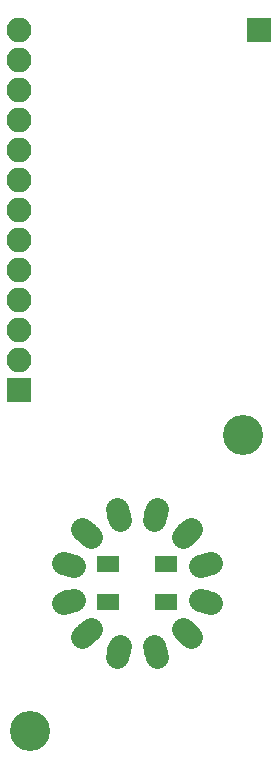
<source format=gts>
G04 #@! TF.GenerationSoftware,KiCad,Pcbnew,5.0.0-rc2-unknown-e4a6f2e~65~ubuntu18.04.1*
G04 #@! TF.CreationDate,2018-06-07T10:51:13+01:00*
G04 #@! TF.ProjectId,IV-11-breakout,49562D31312D627265616B6F75742E6B,rev?*
G04 #@! TF.SameCoordinates,Original*
G04 #@! TF.FileFunction,Soldermask,Top*
G04 #@! TF.FilePolarity,Negative*
%FSLAX46Y46*%
G04 Gerber Fmt 4.6, Leading zero omitted, Abs format (unit mm)*
G04 Created by KiCad (PCBNEW 5.0.0-rc2-unknown-e4a6f2e~65~ubuntu18.04.1) date Thu Jun  7 10:51:13 2018*
%MOMM*%
%LPD*%
G01*
G04 APERTURE LIST*
%ADD10O,2.100000X2.100000*%
%ADD11R,2.100000X2.100000*%
%ADD12C,1.924000*%
%ADD13C,1.924000*%
%ADD14R,1.900000X1.400000*%
%ADD15C,3.400000*%
G04 APERTURE END LIST*
D10*
G04 #@! TO.C,J1*
X102540000Y-99695000D03*
X102540000Y-102235000D03*
X102540000Y-104775000D03*
X102540000Y-107315000D03*
X102540000Y-109855000D03*
X102540000Y-112395000D03*
X102540000Y-114935000D03*
X102540000Y-117475000D03*
X102540000Y-120015000D03*
X102540000Y-122555000D03*
X102540000Y-125095000D03*
X102540000Y-127635000D03*
D11*
X102540000Y-130175000D03*
G04 #@! TD*
D12*
G04 #@! TO.C,VFD1*
X114052914Y-152295555D03*
D13*
X114179218Y-152766927D02*
X113926610Y-151824183D01*
D12*
X116742640Y-150742641D03*
D13*
X117087708Y-151087709D02*
X116397572Y-150397573D01*
D12*
X118295555Y-148052915D03*
D13*
X118766927Y-148179219D02*
X117824183Y-147926611D01*
D12*
X118295555Y-144947086D03*
D13*
X118766927Y-144820782D02*
X117824183Y-145073390D01*
D12*
X116742641Y-142257360D03*
D13*
X117087709Y-141912292D02*
X116397573Y-142602428D01*
D12*
X114052915Y-140704445D03*
D13*
X114179219Y-140233073D02*
X113926611Y-141175817D01*
D12*
X110947086Y-140704445D03*
D13*
X110820782Y-140233073D02*
X111073390Y-141175817D01*
D12*
X108257360Y-142257359D03*
D13*
X107912292Y-141912291D02*
X108602428Y-142602427D01*
D12*
X106704445Y-144947085D03*
D13*
X106233073Y-144820781D02*
X107175817Y-145073389D01*
D12*
X106704445Y-148052914D03*
D13*
X106233073Y-148179218D02*
X107175817Y-147926610D01*
D12*
X108257359Y-150742640D03*
D13*
X107912291Y-151087708D02*
X108602427Y-150397572D01*
D12*
X110947085Y-152295555D03*
D13*
X110820781Y-152766927D02*
X111073389Y-151824183D01*
G04 #@! TD*
D14*
G04 #@! TO.C,D1*
X114950000Y-148100000D03*
X114950000Y-144900000D03*
X110050000Y-148100000D03*
X110050000Y-144900000D03*
G04 #@! TD*
D11*
G04 #@! TO.C,J2*
X122860000Y-99695000D03*
G04 #@! TD*
D15*
G04 #@! TO.C,REF\002A\002A*
X103500000Y-159000000D03*
G04 #@! TD*
G04 #@! TO.C,REF\002A\002A*
X121500000Y-134000000D03*
G04 #@! TD*
M02*

</source>
